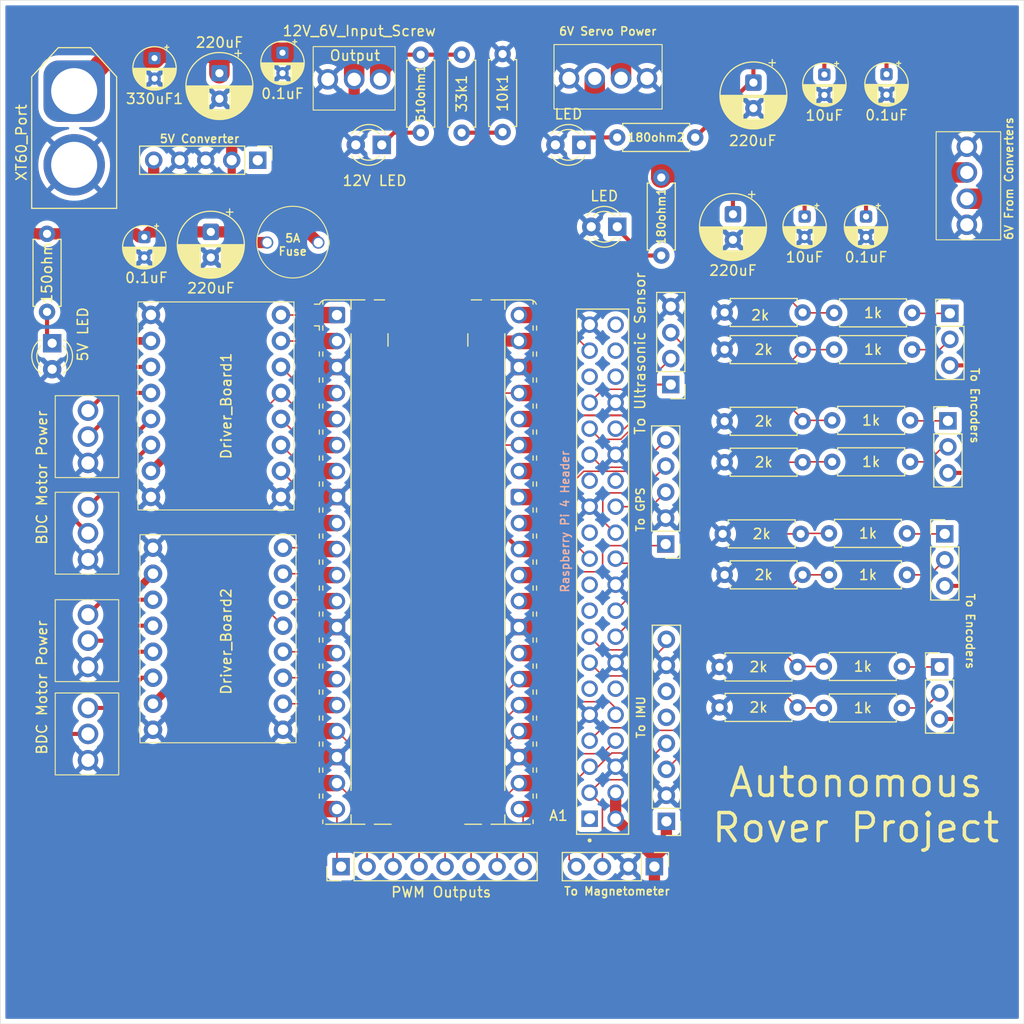
<source format=kicad_pcb>
(kicad_pcb (version 20241229) (generator "pcbnew") (generator_version "9.0")
  (layers (0 "F.Cu" signal "Front") (2 "B.Cu" signal "Back") (13 "F.Paste" user) (15 "B.Paste" user) (5 "F.SilkS" user "F.Silkscreen") (7 "B.SilkS" user "B.Silkscreen") (1 "F.Mask" user) (3 "B.Mask" user) (25 "Edge.Cuts" user))
  (net 0 "")
  (net 1 "GND")
  (net 2 "Net-(A1-GPIO26_ADC0)")
  (net 3 "/12V_Bus")
  (net 4 "/5V_Bus")
  (net 5 "Net-(D2-A)")
  (net 6 "Net-(D3-A)")
  (net 7 "/6V_B")
  (net 8 "/6V_A")
  (net 9 "Net-(D4-A)")
  (net 10 "Net-(D1-A)")
  (net 11 "Net-(A1-GPIO3)")
  (net 12 "Net-(A1-GPIO20)")
  (net 13 "Net-(A1-GPIO1)")
  (net 14 "Net-(A1-GPIO5)")
  (net 15 "Net-(A1-GPIO11)")
  (net 16 "Net-(A1-GPIO6)")
  (net 17 "Net-(A1-GPIO9)")
  (net 18 "Net-(A1-GPIO10)")
  (net 19 "Net-(A1-GPIO12)")
  (net 20 "Net-(A1-GPIO17)")
  (net 21 "Net-(A1-GPIO15)")
  (net 22 "Net-(A1-GPIO14)")
  (net 23 "Net-(A1-GPIO22)")
  (net 24 "Net-(A1-3V3_EN)")
  (net 25 "Net-(A1-GPIO2)")
  (net 26 "Net-(A1-GPIO4)")
  (net 27 "Net-(A1-GPIO16)")
  (net 28 "Net-(A1-GPIO0)")
  (net 30 "Net-(A1-GPIO21)")
  (net 31 "Net-(A1-GPIO8)")
  (net 32 "Net-(A1-GPIO7)")
  (net 34 "Net-(A1-GPIO19)")
  (net 36 "Net-(A1-GPIO18)")
  (net 39 "Net-(A1-GPIO13)")
  (net 41 "Net-(J4-Pin_3)")
  (net 44 "Net-(J4-Pin_8)")
  (net 45 "Net-(J4-Pin_4)")
  (net 46 "Net-(J6-GPIO24{slash}SDIO_DAT0)")
  (net 48 "Net-(J6-GPIO22{slash}SDIO_CLK)")
  (net 49 "Net-(J6-GPIO23{slash}SDIO_CMD)")
  (net 50 "Net-(J6-GPIO25{slash}SDIO_DAT1)")
  (net 55 "Net-(J21-TXD)")
  (net 59 "Net-(J6-GPIO26{slash}SDIO_DAT2)")
  (net 60 "Net-(J17-Echo)")
  (net 62 "Net-(J6-GPCLK2{slash}GPIO06)")
  (net 64 "Net-(J6-GPIO27{slash}SDIO_DAT3)")
  (net 65 "Net-(J17-Trig)")
  (net 66 "Net-(J6-GPCLK1{slash}GPIO05)")
  (net 67 "Net-(J21-RXD)")
  (net 68 "Net-(J21-PPS)")
  (net 71 "Net-(J12-C2)")
  (net 72 "Net-(J12-C1)")
  (net 73 "Net-(J13-C2)")
  (net 74 "Net-(J13-C1)")
  (net 75 "Net-(J14-C2)")
  (net 76 "Net-(J14-C1)")
  (net 77 "Net-(J15-C2)")
  (net 78 "Net-(J15-C1)")
  (net 80 "Net-(J20-Vout)")
  (net 81 "Net-(Driver_Board1-AO1)")
  (net 82 "Net-(Driver_Board1-BO1)")
  (net 83 "Net-(Driver_Board1-BO2)")
  (net 84 "Net-(Driver_Board1-AO2)")
  (net 85 "Net-(Driver_Board2-AO2)")
  (net 86 "Net-(Driver_Board2-BO2)")
  (net 87 "Net-(Driver_Board2-AO1)")
  (net 88 "Net-(Driver_Board2-BO1)")
  (footprint "Connector_PinHeader_2.54mm:PinHeader_1x05_P2.54mm_Vertical" (layer "F.Cu") (at 45.15 41.126465 -90)
    (property "Reference" "J20" (hide yes))
    (property "Value" "5V_Regulator_Header" (hide yes))
  )
  (footprint "Resistor_THT:R_Axial_DIN0207_L6.3mm_D2.5mm_P7.62mm_Horizontal" (layer "F.Cu") (at 61.07 30.816465 -90)
    (property "Reference" "510ohm1" (hide yes))
    (property "Value" "R_US" (hide yes))
  )
  (footprint "Capacitor_THT:CP_Radial_D6.3mm_P2.50mm" (layer "F.Cu") (at 93.57 33.544086 -90)
    (property "Reference" "C10" (hide yes))
    (property "Value" "220uF")
  )
  (footprint "Resistor_THT:R_Axial_DIN0207_L6.3mm_D2.5mm_P7.62mm_Horizontal" (layer "F.Cu") (at 98.19 77.626465 180)
    (property "Reference" "R5" (hide yes))
    (property "Value" "2k")
  )
  (footprint "Rover_Project.:01x04_Screw_Terminal" (layer "F.Cu") (at 117.72 48.901465 90)
    (property "Reference" "J3" (hide yes))
    (property "Value" "6V_Output_Screw" (hide yes))
  )
  (footprint "Rover_Project.:01x03_Screw_Terminal" (layer "F.Cu") (at 25.37 73.556465 -90)
    (property "Reference" "J9" (hide yes))
    (property "Value" "BDC_Motor_Screw_Terminal" (hide yes))
  )
  (footprint "Rover_Project.:01x03_Screw_Terminal" (layer "F.Cu") (at 25.37 93.166465 -90)
    (property "Reference" "J11" (hide yes))
    (property "Value" "BDC_Motor_Screw_Terminal" (hide yes))
  )
  (footprint "Capacitor_THT:CP_Radial_D4.0mm_P2.00mm" (layer "F.Cu") (at 34.07 48.626465 -90)
    (property "Reference" "C4" (hide yes))
    (property "Value" "0.1uF")
  )
  (footprint "Connector_PinHeader_2.54mm:PinHeader_1x05_P2.54mm_Vertical" (layer "F.Cu") (at 85 78.62 180)
    (property "Reference" "J21" (hide yes))
    (property "Value" "GPS_Module_Header" (hide yes))
  )
  (footprint "Capacitor_THT:CP_Radial_D4.0mm_P2.00mm" (layer "F.Cu") (at 98.57 46.626465 -90)
    (property "Reference" "C5" (hide yes))
    (property "Value" "10uF")
  )
  (footprint "Rover_Project.:01x03_Screw_Terminal" (layer "F.Cu") (at 58.57 30.026465 180)
    (property "Reference" "J2" (hide yes))
    (property "Value" "12V_6V_Input_Screw")
  )
  (footprint "Connector_PinHeader_2.54mm:PinHeader_1x08_P2.54mm_Vertical" (layer "F.Cu") (at 85.07 105.706465 180)
    (property "Reference" "J4" (hide yes))
    (property "Value" "IMU_Module_Header" (hide yes))
  )
  (footprint "Resistor_THT:R_Axial_DIN0207_L6.3mm_D2.5mm_P7.62mm_Horizontal" (layer "F.Cu") (at 24.57 48.316465 -90)
    (property "Reference" "150ohm1" (hide yes))
    (property "Value" "R_US" (hide yes))
  )
  (footprint "Module:RaspberryPi_Pico_Common_Unspecified" (layer "F.Cu") (at 61.776465 80.3788)
    (property "Reference" "A1")
    (property "Value" "RaspberryPi_Pico")
  )
  (footprint "Connector_PinHeader_2.54mm:PinHeader_1x03_P2.54mm_Vertical" (layer "F.Cu") (at 112.26 77.626465)
    (property "Reference" "J14" (hide yes))
    (property "Value" "Encoder_Header")
  )
  (footprint "Connector_PinHeader_2.54mm:PinHeader_1x04_P2.54mm_Vertical" (layer "F.Cu") (at 85.5 63.04 180)
    (property "Reference" "J17" (hide yes))
    (property "Value" "Ultrasonic_Sensor_Header" (hide yes))
  )
  (footprint "Resistor_THT:R_Axial_DIN0207_L6.3mm_D2.5mm_P7.62mm_Horizontal" (layer "F.Cu") (at 100.45 94.626465)
    (property "Reference" "R16" (hide yes))
    (property "Value" "1k")
  )
  (footprint "Resistor_THT:R_Axial_DIN0207_L6.3mm_D2.5mm_P7.62mm_Horizontal" (layer "F.Cu") (at 69.07 38.371267 90)
    (property "Reference" "10k1" (hide yes))
    (property "Value" "R_US" (hide yes))
  )
  (footprint "Capacitor_THT:CP_Radial_D4.0mm_P2.00mm" (layer "F.Cu") (at 47.57 30.626465 -90)
    (property "Reference" "C1" (hide yes))
    (property "Value" "0.1uF")
  )
  (footprint "LED_THT:LED_D3.0mm" (layer "F.Cu") (at 80.27 47.626465 180)
    (property "Reference" "D3" (hide yes))
    (property "Value" "LED")
  )
  (footprint "Capacitor_THT:CP_Radial_D6.3mm_P2.50mm" (layer "F.Cu") (at 40.57 48.126465 -90)
    (property "Reference" "C3" (hide yes))
    (property "Value" "220uF")
  )
  (footprint "Connector_PinHeader_2.54mm:PinHeader_1x03_P2.54mm_Vertical" (layer "F.Cu") (at 111.76 90.626465)
    (property "Reference" "J15" (hide yes))
    (property "Value" "Encoder_Header")
  )
  (footprint "Capacitor_THT:CP_Radial_D6.3mm_P2.50mm" (layer "F.Cu") (at 91.57 46.401465 -90)
    (property "Reference" "C9" (hide yes))
    (property "Value" "220uF")
  )
  (footprint "Capacitor_THT:CP_Radial_D6.3mm_P2.50mm" (layer "F.Cu") (at 41.406148 32.626465 -90)
    (property "Reference" "C2" (hide yes))
    (property "Value" "220uF")
  )
  (footprint "Resistor_THT:R_Axial_DIN0207_L6.3mm_D2.5mm_P7.62mm_Horizontal" (layer "F.Cu") (at 98.38 59.626465 180)
    (property "Reference" "R2" (hide yes))
    (property "Value" "2k")
  )
  (footprint "Rover_Project.:01x03_Screw_Terminal" (layer "F.Cu") (at 25.37 84.056465 -90)
    (property "Reference" "J10" (hide yes))
    (property "Value" "BDC_Motor_Screw_Terminal" (hide yes))
  )
  (footprint "Rover_Project.:Fuse_TH_5A" (layer "F.Cu") (at 48.57 51.666465)
    (property "Reference" "F1" (hide yes))
    (property "Value" "Fuse" (hide yes))
  )
  (footprint "Connector_AMASS:AMASS_XT60-F_1x02_P7.20mm_Vertical" (layer "F.Cu") (at 27.22 34.3788 -90)
    (property "Reference" "J1" (hide yes))
    (property "Value" "XT60_Port")
  )
  (footprint "Connector_PinHeader_2.54mm:PinHeader_1x03_P2.54mm_Vertical" (layer "F.Cu") (at 112.57 66.586465)
    (property "Reference" "J13" (hide yes))
    (property "Value" "Encoder_Header")
  )
  (footprint "Resistor_THT:R_Axial_DIN0207_L6.3mm_D2.5mm_P7.62mm_Horizontal" (layer "F.Cu") (at 97.88 90.626465 180)
    (property "Reference" "R7" (hide yes))
    (property "Value" "2k")
  )
  (footprint "Resistor_THT:R_Axial_DIN0207_L6.3mm_D2.5mm_P7.62mm_Horizontal" (layer "F.Cu") (at 98.38 66.626465 180)
    (property "Reference" "R3" (hide yes))
    (property "Value" "2k")
  )
  (footprint "Connector_PinHeader_2.54mm:PinHeader_1x08_P2.54mm_Vertical" (layer "F.Cu") (at 53.29 110.126465 90)
    (property "Reference" "J7" (hide yes))
    (property "Value" "Servo_PWM_Header")
  )
  (footprint "Rover_Project.:SULLINS_PPTC202LFBN-RC" (layer "F.Cu") (at 78.84 81.316465 -90)
    (property "Reference" "J6" (hide yes))
    (property "Value" "Raspberry_Pi_4")
  )
  (footprint "Resistor_THT:R_Axial_DIN0207_L6.3mm_D2.5mm_P7.62mm_Horizontal" (layer "F.Cu") (at 98.38 56.000413 180)
    (property "Reference" "R1" (hide yes))
    (property "Value" "2k")
  )
  (footprint "Capacitor_THT:CP_Radial_D4.0mm_P2.00mm" (layer "F.Cu") (at 106.57 32.726465 -90)
    (property "Reference" "C8" (hide yes))
    (property "Value" "0.1uF")
  )
  (footprint "Capacitor_THT:CP_Radial_D4.0mm_P2.00mm" (layer "F.Cu") (at 104.57 46.626465 -90)
    (property "Reference" "C7" (hide yes))
    (property "Value" "0.1uF")
  )
  (footprint "Rover_Project.:Motor Driver Board" (layer "F.Cu") (at 33.45 75.286465)
    (property "Reference" "Driver_Board1" (hide yes))
    (property "Value" "~" (hide yes))
  )
  (footprint "Resistor_THT:R_Axial_DIN0207_L6.3mm_D2.5mm_P7.62mm_Horizontal" (layer "F.Cu") (at 101.45 59.626465)
    (property "Reference" "R14" (hide yes))
    (property "Value" "1k")
  )
  (footprint "Rover_Project.:01x03_Screw_Terminal" (layer "F.Cu") (at 25.37 64.126465 -90)
    (property "Reference" "J8" (hide yes))
    (property "Value" "BDC_Motor_Screw_Terminal")
  )
  (footprint "Resistor_THT:R_Axial_DIN0207_L6.3mm_D2.5mm_P7.62mm_Horizontal" (layer "F.Cu") (at 98.38 81.626465 180)
    (property "Reference" "R6" (hide yes))
    (property "Value" "2k")
  )
  (footprint "Resistor_THT:R_Axial_DIN0207_L6.3mm_D2.5mm_P7.62mm_Horizontal" (layer "F.Cu") (at 65.07 38.436465 90)
    (property "Reference" "33k1" (hide yes))
    (property "Value" "R_US" (hide yes))
  )
  (footprint "Resistor_THT:R_Axial_DIN0207_L6.3mm_D2.5mm_P7.62mm_Horizontal" (layer "F.Cu") (at 84.57 42.816465 -90)
    (property "Reference" "180ohm1")
    (property "Value" "R_US" (hide yes))
  )
  (footprint "Resistor_THT:R_Axial_DIN0207_L6.3mm_D2.5mm_P7.62mm_Horizontal" (layer "F.Cu") (at 97.88 94.576465 180)
    (property "Reference" "R8" (hide yes))
    (property "Value" "2k")
  )
  (footprint "Resistor_THT:R_Axial_DIN0207_L6.3mm_D2.5mm_P7.62mm_Horizontal" (layer "F.Cu") (at 100.45 90.576465)
    (property "Reference" "R15" (hide yes))
    (property "Value" "1k")
  )
  (footprint "Rover_Project.:Motor Driver Board" (layer "F.Cu") (at 33.65 98.026465)
    (property "Reference" "Driver_Board2" (hide yes))
    (property "Value" "~" (hide yes))
  )
  (footprint "Capacitor_THT:CP_Radial_D4.0mm_P2.00mm" (layer "F.Cu") (at 100.5 32.753866 -90)
    (property "Reference" "C6" (hide yes))
    (property "Value" "10uF")
  )
  (footprint "Resistor_THT:R_Axial_DIN0207_L6.3mm_D2.5mm_P7.62mm_Horizontal" (layer "F.Cu") (at 98.38 70.626465 180)
    (property "Reference" "R4" (hide yes))
    (property "Value" "2k")
  )
  (footprint "Resistor_THT:R_Axial_DIN0207_L6.3mm_D2.5mm_P7.62mm_Horizontal" (layer "F.Cu") (at 101.45 56.036465)
    (property "Reference" "R13" (hide yes))
    (property "Value" "1k")
  )
  (footprint "Resistor_THT:R_Axial_DIN0207_L6.3mm_D2.5mm_P7.62mm_Horizontal" (layer "F.Cu") (at 100.95 81.626465)
    (property "Reference" "R12" (hide yes))
    (property "Value" "1k")
  )
  (footprint "LED_THT:LED_D3.0mm" (layer "F.Cu") (at 76.77 39.626465 180)
    (property "Reference" "D4" (hide yes))
    (property "Value" "LED")
  )
  (footprint "Connector_PinHeader_2.54mm:PinHeader_1x03_P2.54mm_Vertical" (layer "F.Cu") (at 112.76 56.086465)
    (property "Reference" "J12" (hide yes))
    (property "Value" "Encoder_Header")
  )
  (footprint "Resistor_THT:R_Axial_DIN0207_L6.3mm_D2.5mm_P7.62mm_Horizontal" (layer "F.Cu") (at 101.26 70.586465)
    (property "Reference" "R10" (hide yes))
    (property "Value" "1k")
  )
  (footprint "Rover_Project.:01x04_Screw_Terminal" (layer "F.Cu") (at 84.65 29.826465 180)
    (property "Reference" "J16" (hide yes))
    (property "Value" "6V_to_Motors_Screw" (hide yes))
  )
  (footprint "Resistor_THT:R_Axial_DIN0207_L6.3mm_D2.5mm_P7.62mm_Horizontal" (layer "F.Cu") (at 100.95 77.576465)
    (property "Reference" "R11" (hide yes))
    (property "Value" "1k")
  )
  (footprint "Connector_PinHeader_2.54mm:PinHeader_1x04_P2.54mm_Vertical" (layer "F.Cu") (at 83.897665 110.126465 -90)
    (property "Reference" "J5" (hide yes))
    (property "Value" "Magnetometer_Module_Header" (hide yes))
  )
  (footprint "LED_THT:LED_D3.0mm" (layer "F.Cu") (at 25.07 59 -90)
    (property "Reference" "D2" (hide yes))
    (property "Value" "LED")
  )
  (footprint "Capacitor_THT:CP_Radial_D4.0mm_P2.00mm" (layer "F.Cu") (at 35.07 31.153866 -90)
    (property "Reference" "330uF1")
    (property "Value" "C" (hide yes))
  )
  (footprint "LED_THT:LED_D3.0mm" (layer "F.Cu") (at 57.27 39.626465 180)
    (property "Reference" "D1" (hide yes))
    (property "Value" "LED" (hide yes))
  )
  (footprint "Resistor_THT:R_Axial_DIN0207_L6.3mm_D2.5mm_P7.62mm_Horizontal" (layer "F.Cu") (at 87.88 38.901465 180)
    (property "Reference" "180ohm2")
    (property "Value" "R_US" (hide yes))
  )
  (footprint "Resistor_THT:R_Axial_DIN0207_L6.3mm_D2.5mm_P7.62mm_Horizontal" (layer "F.Cu") (at 101.26 66.536465)
    (property "Reference" "R9" (hide yes))
    (property "Value" "1k")
  )
  (gr_rect (start 20 25.5) (end 120 125.5) (stroke (width 0.05)) (fill no) (layer "Edge.Cuts"))
  (gr_text "BDC Motor Power" (at 24.07 92.626465 90) (layer "F.SilkS") (effects (font (size 1 1))))
  (gr_text "To IMU" (at 83.049526 97.676599 90) (layer "F.SilkS") (effects (font (size 0.8 0.8) (thickness 0.15) (bold yes)) (justify left bottom)))
  (gr_text "PWM Outputs" (at 63.07 112.626465 0) (layer "F.SilkS") (effects (font (size 1 1))))
  (gr_text "5V Converter" (at 35.5 39.5 0) (layer "F.SilkS") (effects (font (size 0.8 0.8) (thickness 0.15) (bold yes)) (justify left bottom)))
  (gr_text "6V Servo Power" (at 74.5 29 0) (layer "F.SilkS") (effects (font (size 0.8 0.8) (thickness 0.15) (bold yes)) (justify left bottom)))
  (gr_text "12V LED" (at 56.57 43.126465 0) (layer "F.SilkS") (effects (font (size 1 1))))
  (gr_text "6V From Converters" (at 119 49 90) (layer "F.SilkS") (effects (font (size 0.8 0.8) (thickness 0.15) (bold yes)) (justify left bottom)))
  (gr_text "5A\nFuse" (at 48.57 50.5 0) (layer "F.SilkS") (effects (font (size 0.8 0.8) (thickness 0.15) (bold yes)) (justify bottom)))
  (gr_text "5V LED" (at 28.07 58.126465 90) (layer "F.SilkS") (effects (font (size 1 1))))
  (gr_text "To Magnetometer" (at 75 113 0) (layer "F.SilkS") (effects (font (size 0.8 0.8) (thickness 0.15) (bold yes)) (justify left bottom)))
  (gr_text "Output" (at 54.647232 30.900985 0) (layer "F.SilkS") (effects (font (size 1 1))))
  (gr_text "To Encoders" (at 114.27874 83.366761 270) (layer "F.SilkS") (effects (font (size 0.8 0.8) (thickness 0.15) (bold yes)) (justify left bottom)))
  (gr_text "To Ultrasonic Sensor" (at 82.5 60 90) (layer "F.SilkS") (effects (font (size 1 1))))
  (gr_text "Autonomous\nRover Project" (at 103.57 104.126465 0) (layer "F.SilkS") (effects (font (size 2.75 2.75) (thickness 0.34375))))
  (gr_text "To Encoders" (at 114.723448 61.331156 270) (layer "F.SilkS") (effects (font (size 0.8 0.8) (thickness 0.15) (bold yes)) (justify left bottom)))
  (gr_text "To GPS" (at 83 77.5 90) (layer "F.SilkS") (effects (font (size 0.8 0.8) (thickness 0.15) (bold yes)) (justify left bottom)))
  (gr_text "BDC Motor Power" (at 24.07 72.126465 90) (layer "F.SilkS") (effects (font (size 1 1))))
  (gr_text "Raspberry Pi 4 Header" (at 75.637549 83.436306 90) (layer "B.SilkS") (effects (font (size 0.8 0.8) (thickness 0.15) (bold yes)) (justify left bottom)))
  (segment (start 27.87 70.166465) (end 27.83 70.126465) (width 0.15) (layer "F.Cu") (net 1))
  (segment (start 66 39.506465) (end 66 74.442335) (width 0.4) (layer "F.Cu") (net 2))
  (segment (start 69.004802 38.436465) (end 69.07 38.371267) (width 0.15) (layer "F.Cu") (net 2))
  (segment (start 65.07 38.436465) (end 67.07 38.436465) (width 0.4) (layer "F.Cu") (net 2))
  (segment (start 66 74.442335) (end 70.666465 79.1088) (width 0.4) (layer "F.Cu") (net 2))
  (segment (start 67.07 38.436465) (end 69.004802 38.436465) (width 0.4) (layer "F.Cu") (net 2))
  (segment (start 67.07 38.436465) (end 66 39.506465) (width 0.4) (layer "F.Cu") (net 2))
  (segment (start 59.52 30.816465) (end 61.07 30.816465) (width 0.4) (layer "F.Cu") (net 3))
  (segment (start 57.11 33.226465) (end 59.52 30.816465) (width 0.4) (layer "F.Cu") (net 3))
  (segment (start 53.57 46.126465) (end 53.57 51.056465) (width 0.8) (layer "F.Cu") (net 3))
  (segment (start 42.61 39.166465) (end 44.65 37.126465) (width 1.1) (layer "F.Cu") (net 3))
  (segment (start 34.92 94.216465) (end 40.72 88.416465) (width 0.8) (layer "F.Cu") (net 3))
  (segment (start 44.65 37.126465) (end 52.373535 37.126465) (width 1.1) (layer "F.Cu") (net 3))
  (segment (start 30.444934 31.153866) (end 35.07 31.153866) (width 2) (layer "F.Cu") (net 3))
  (segment (start 54.57 30.696465) (end 54.5 30.626465) (width 2) (layer "F.Cu") (net 3))
  (segment (start 57.11 30.836465) (end 57.11 33.226465) (width 2) (layer "F.Cu") (net 3))
  (segment (start 61.07 30.816465) (end 65.07 30.816465) (width 0.4) (layer "F.Cu") (net 3))
  (segment (start 54.57 33.226465) (end 54.57 30.696465) (width 2) (layer "F.Cu") (net 3))
  (segment (start 56.9 30.626465) (end 57.11 30.836465) (width 2) (layer "F.Cu") (net 3))
  (segment (start 35.07 31.153866) (end 35.597401 30.626465) (width 2) (layer "F.Cu") (net 3))
  (segment (start 40.72 65.3788) (end 40.72 65.476465) (width 0.15) (layer "F.Cu") (net 3))
  (segment (start 54.5 30.626465) (end 56.9 30.626465) (width 2) (layer "F.Cu") (net 3))
  (segment (start 41.5 30.626465) (end 47.57 30.626465) (width 2) (layer "F.Cu") (net 3))
  (segment (start 51 53.626465) (end 46.07 53.626465) (width 0.8) (layer "F.Cu") (net 3))
  (segment (start 40.72 58.976465) (end 40.72 65.3788) (width 0.8) (layer "F.Cu") (net 3))
  (segment (start 41.406148 30.720317) (end 41.5 30.626465) (width 2) (layer "F.Cu") (net 3))
  (segment (start 50.57 43.126465) (end 53.57 46.126465) (width 0.8) (layer "F.Cu") (net 3))
  (segment (start 53.57 51.056465) (end 51 53.626465) (width 0.8) (layer "F.Cu") (net 3))
  (segment (start 42.6 43.126465) (end 50.57 43.126465) (width 0.8) (layer "F.Cu") (net 3))
  (segment (start 40.72 65.476465) (end 34.72 71.476465) (width 0.8) (layer "F.Cu") (net 3))
  (segment (start 54.57 34.93) (end 54.57 33.226465) (width 1.1) (layer "F.Cu") (net 3))
  (segment (start 42.61 41.126465) (end 42.61 39.166465) (width 1.1) (layer "F.Cu") (net 3))
  (segment (start 40.72 88.416465) (end 40.72 65.3788) (width 0.8) (layer "F.Cu") (net 3))
  (segment (start 42.61 41.126465) (end 42.61 43.116465) (width 0.8) (layer "F.Cu") (net 3))
  (segment (start 47.57 30.626465) (end 54.5 30.626465) (width 2) (layer "F.Cu") (net 3))
  (segment (start 52.373535 37.126465) (end 54.57 34.93) (width 1.1) (layer "F.Cu") (net 3))
  (segment (start 41.406148 32.626465) (end 41.406148 30.720317) (width 2) (layer "F.Cu") (net 3))
  (segment (start 35.597401 30.626465) (end 41.5 30.626465) (width 2) (layer "F.Cu") (net 3))
  (segment (start 46.07 53.626465) (end 40.72 58.976465) (width 0.8) (layer "F.Cu") (net 3))
  (segment (start 27.22 34.3788) (end 29.72 31.8788) (width 0.15) (layer "F.Cu") (net 3))
  (segment (start 27.22 34.3788) (end 30.444934 31.153866) (width 2) (layer "F.Cu") (net 3))
  (segment (start 34.72 58.776465) (end 31.871166 58.776465) (width 0.75) (layer "F.Cu") (net 4))
  (segment (start 70.666465 58.7888) (end 69.232335 58.7888) (width 1.1) (layer "F.Cu") (net 4))
  (segment (start 115.99 82.706465) (end 116.07 82.626465) (width 0.15) (layer "F.Cu") (net 4))
  (segment (start 69.232335 58.7888) (end 68.50413 58.060595) (width 1.1) (layer "F.Cu") (net 4))
  (segment (start 23.22 100.946465) (end 23.22 81.276465) (width 1.1) (layer "F.Cu") (net 4))
  (segment (start 85.07 108.061795) (end 85.07 105.706465) (width 1.1) (layer "F.Cu") (net 4))
  (segment (start 74.57 59.626465) (end 74.471767 59.528233) (width 0.15) (layer "F.Cu") (net 4))
  (segment (start 43.11 49.166465) (end 42.07 48.126465) (width 1.1) (layer "F.Cu") (net 4))
  (segment (start 42.07 48.126465) (end 40.57 48.126465) (width 1.1) (layer "F.Cu") (net 4))
  (segment (start 83.96 63.04) (end 80.952807 66.047193) (width 0.2) (layer "F.Cu") (net 4))
  (segment (start 34.07 48.626465) (end 33.57 48.626465) (width 0.15) (layer "F.Cu") (net 4))
  (segment (start 116.03 71.666465) (end 116.07 71.626465) (width 0.15) (layer "F.Cu") (net 4))
  (segment (start 34.57 48.126465) (end 34.07 48.626465) (width 1.1) (layer "F.Cu") (net 4))
  (segment (start 82.5 114.226465) (end 51.5 114.226465) (width 1.1) (layer "F.Cu") (net 4))
  (segment (start 29.07 55.975299) (end 31.871166 58.776465) (width 1.1) (layer "F.Cu") (net 4))
  (segment (start 34.92 81.516465) (end 33.81 82.626465) (width 0.75) (layer "F.Cu") (net 4))
  (segment (start 80.952807 66.047193) (end 76.117193 66.047193) (width 0.2) (layer "F.Cu") (net 4))
  (segment (start 83.897665 112.8288) (end 82.5 114.226465) (width 1) (layer "F.Cu") (net 4))
  (segment (start 83.897665 110.126465) (end 83.897665 109.23413) (width 1.1) (layer "F.Cu") (net 4))
  (segment (start 27.521167 63.126465) (end 23.22 67.427632) (width 1.1) (layer "F.Cu") (net 4))
  (segment (start 116.03 61.166465) (end 116.07 61.126465) (width 0.15) (layer "F.Cu") (net 4))
  (segment (start 116.07 82.626465) (end 116.07 94.126465) (width 0.4) (layer "F.Cu") (net 4))
  (segment (start 83.897665 110.126465) (end 83.897665 112.5) (width 1.1) (layer "F.Cu") (net 4))
  (segment (start 29.07 48.316465) (end 24.57 48.316465) (width 1.1) (layer "F.Cu") (net 4))
  (segment (start 69.07 27) (end 71.57 29.5) (width 1.1) (layer "F.Cu") (net 4))
  (segment (start 85 78.62) (end 84.846404 78.773596) (width 0.15) (layer "F.Cu") (net 4))
  (segment (start 75.57 81.327106) (end 74.57 80.327106) (width 0.15) (layer "F.Cu") (net 4))
  (segment (start 21.57 46.626465) (end 21.57 30.43) (width 1.1) (layer "F.Cu") (net 4))
  (segment (start 24.57 82.626465) (end 23.22 81.276465) (width 0.75) (layer "F.Cu") (net 4))
  (segment (start 116.07 94.126465) (end 114.49 95.706465) (width 0.4) (layer "F.Cu") (net 4))
  (segment (start 114.49 95.706465) (end 111.76 95.706465) (width 0.4) (layer "F.Cu") (net 4))
  (segment (start 79.422869 78.773596) (end 78.838395 79.35807) (width 0.15) (layer "F.Cu") (net 4))
  (segment (start 113.57 52.126465) (end 73.57 52.126465) (width 0.4) (layer "F.Cu") (net 4))
  (segment (start 116.07 61.126465) (end 116.07 71.626465) (width 0.4) (layer "F.Cu") (net 4))
  (segment (start 85.5 63.04) (end 83.96 63.04) (width 0.2) (layer "F.Cu") (net 4))
  (segment (start 26 103.726465) (end 23.22 100.946465) (width 1.1) (layer "F.Cu") (net 4))
  (segment (start 78.838395 80.742267) (end 78.253556 81.327106) (width 0.15) (layer "F.Cu") (net 4))
  (segment (start 21.57 30.43) (end 25 27) (width 1.1) (layer "F.Cu") (net 4))
  (segment (start 46.07 49.166465) (end 43.11 49.166465) (width 1.1) (layer "F.Cu") (net 4))
  (segment (start 83.897665 109.23413) (end 85.07 108.061795) (width 1.1) (layer "F.Cu") (net 4))
  (segment (start 23.26 48.316465) (end 21.57 46.626465) (width 1.1) (layer "F.Cu") (net 4))
  (segment (start 33.26 48.316465) (end 29.07 48.316465) (width 1.1) (layer "F.Cu") (net 4))
  (segment (start 78.253556 81.327106) (end 75.57 81.327106) (width 0.15) (layer "F.Cu") (net 4))
  (segment (start 68.50413 58.060595) (end 68.50413 53.192335) (width 1.1) (layer "F.Cu") (net 4))
  (segment (start 83.897665 109.23413) (end 81.542335 106.8788) (width 1.1) (layer "F.Cu") (net 4))
  (segment (start 83.897665 112.5) (end 83.897665 112.8288) (width 1) (layer "F.Cu") (net 4))
  (segment (start 116.07 54.626465) (end 116.07 61.126465) (width 0.4) (layer "F.Cu") (net 4))
  (segment (start 112.26 82.706465) (end 115.99 82.706465) (width 0.4) (layer "F.Cu") (net 4))
  (segment (start 73.732335 58.7888) (end 70.666465 58.7888) (width 0.15) (layer "F.Cu") (net 4))
  (segment (start 81.542335 106.8788) (end 80.11 105.446465) (width 1.1) (layer "F.Cu") (net 4))
  (segment (start 113.57 52.126465) (end 116.07 54.626465) (width 0.4) (layer "F.Cu") (net 4))
  (segment (start 23.22 67.427632) (end 23.22 81.276465) (width 1.1) (layer "F.Cu") (net 4))
  (segment (start 25 27) (end 69 27) (width 1.1) (layer "F.Cu") (net 4))
  (segment (start 78.838395 79.35807) (end 78.838395 80.742267) (width 0.15) (layer "F.Cu") (net 4))
  (segment (start 29.07 48.316465) (end 29.07 55.975299) (width 1.1) (layer "F.Cu") (net 4))
  (segment (start 80.11 102.906465) (end 80.11 105.446465) (width 1.1) (layer "F.Cu") (net 4))
  (segment (start 116.07 71.626465) (end 116.07 82.626465) (width 0.4) (layer "F.Cu") (net 4))
  (segment (start 84.846404 78.773596) (end 79.422869 78.773596) (width 0.15) (layer "F.Cu") (net 4))
  (segment (start 112.76 61.166465) (end 116.03 61.166465) (width 0.4) (layer "F.Cu") (net 4))
  (segment (start 33.57 48.626465) (end 33.26 48.316465) (width 1.1) (layer "F.Cu") (net 4))
  (segment (start 74.57 64.5) (end 74.57 59.626465) (width 0.15) (layer "F.Cu") (net 4))
  (segment (start 74.57 80.327106) (end 74.57 64.5) (width 0.15) (layer "F.Cu") (net 4))
  (segment (start 27.521167 63.126464) (end 27.521167 63.126465) (width 0.15) (layer "F.Cu") (net 4))
  (segment (start 68.50413 53.192335) (end 71.57 50.126465) (width 1.1) (layer "F.Cu") (net 4))
  (segment (start 41 103.726465) (end 26 103.726465) (width 1.1) (layer "F.Cu") (net 4))
  (segment (start 74.471767 59.528233) (end 73.732335 58.7888) (width 0.15) (layer "F.Cu") (net 4))
  (segment (start 71.57 29.5) (end 71.57 50.126465) (width 1.1) (layer "F.Cu") (net 4))
  (segment (start 33.81 82.626465) (end 24.57 82.626465) (width 0.75) (layer "F.Cu") (net 4))
  (segment (start 31.871166 58.776465) (end 27.521167 63.126464) (width 1.1) (layer "F.Cu") (net 4))
  (segment (start 51.5 114.226465) (end 41 103.726465) (width 1.1) (layer "F.Cu") (net 4))
  (segment (start 69 27) (end 69.07 27) (width 1) (layer "F.Cu") (net 4))
  (segment (start 24.57 48.316465) (end 23.26 48.316465) (width 1.1) (layer "F.Cu") (net 4))
  (segment (start 76.117193 66.047193) (end 74.57 64.5) (width 0.2) (layer "F.Cu") (net 4))
  (segment (start 112.57 71.666465) (end 116.03 71.666465) (width 0.4) (layer "F.Cu") (net 4))
  (segment (start 40.57 48.126465) (end 34.57 48.126465) (width 1.1) (layer "F.Cu") (net 4))
  (segment (start 73.57 52.126465) (end 71.57 50.126465) (width 0.4) (layer "F.Cu") (net 4))
  (segment (start 24.57 55.936465) (end 24.57 58.356465) (width 0.4) (layer "F.Cu") (net 5))
  (segment (start 24.57 58.356465) (end 25.07 58.856465) (width 0.15) (layer "F.Cu") (net 5))
  (segment (start 84.57 50.436465) (end 82.88 50.436465) (width 0.4) (layer "F.Cu") (net 6))
  (segment (start 82.88 50.436465) (end 80.07 47.626465) (width 0.4) (layer "F.Cu") (net 6))
  (segment (start 91.5 42.321465) (end 85.065 42.321465) (width 2) (layer "F.Cu") (net 7))
  (segment (start 98.5 42.321465) (end 91.5 42.321465) (width 2) (layer "F.Cu") (net 7))
  (segment (start 85.065 42.321465) (end 84.57 42.816465) (width 2) (layer "F.Cu") (net 7))
  (segment (start 104.5 42.321465) (end 98.5 42.321465) (width 2) (layer "F.Cu") (net 7))
  (segment (start 91.57 42.391465) (end 91.5 42.321465) (width 0.4) (layer "F.Cu") (net 7))
  (segment (start 104.57 42.391465) (end 104.5 42.321465) (width 0.4) (layer "F.Cu") (net 7))
  (segment (start 98.57 42.391465) (end 98.5 42.321465) (width 0.4) (layer "F.Cu") (net 7))
  (segment (start 114.42 42.321465) (end 104.5 42.321465) (width 2) (layer "F.Cu") (net 7))
  (segment (start 84.57 36) (end 84.57 42.816465) (width 2) (layer "F.Cu") (net 7))
  (segment (start 104.57 46.626465) (end 104.57 42.391465) (width 0.4) (layer "F.Cu") (net 7))
  (segment (start 91.57 46.401465) (end 91.57 42.391465) (width 0.4) (layer "F.Cu") (net 7))
  (segment (start 78.07 36) (end 84.57 36) (width 2) (layer "F.Cu") (net 7))
  (segment (start 91.795 46.626465) (end 91.57 46.401465) (width 0.15) (layer "F.Cu") (net 7))
  (segment (start 78.07 33.126465) (end 78.07 36) (width 2) (layer "F.Cu") (net 7))
  (segment (start 98.57 46.626465) (end 98.57 42.391465) (width 0.4) (layer "F.Cu") (net 7))
  (segment (start 93.57 29.796465) (end 93.5 29.726465) (width 0.4) (layer "F.Cu") (net 8))
  (segment (start 93.57 33.544086) (end 93.57 29.796465) (width 0.4) (layer "F.Cu") (net 8))
  (segment (start 93.57 33.544086) (end 93.237379 33.544086) (width 0.4) (layer "F.Cu") (net 8))
  (segment (start 100.5 29.726465) (end 93.5 29.726465) (width 2) (layer "F.Cu") (net 8))
  (segment (start 80.651519 29.726465) (end 80.647729 29.722675) (width 2) (layer "F.Cu") (net 8))
  (segment (start 106.57 32.726465) (end 106.57 29.796465) (width 0.4) (layer "F.Cu") (net 8))
  (segment (start 93.5 29.726465) (end 80.651519 29.726465) (width 2) (layer "F.Cu") (net 8))
  (segment (start 106.5 29.726465) (end 100.5 29.726465) (width 2) (layer "F.Cu") (net 8))
  (segment (start 106.57 29.796465) (end 106.5 29.726465) (width 0.4) (layer "F.Cu") (net 8))
  (segment (start 80.647729 29.722675) (end 80.64 29.730404) (width 2) (layer "F.Cu") (net 8))
  (segment (start 118 29.726465) (end 106.5 29.726465) (width 2) (layer "F.Cu") (net 8))
  (segment (start 114.42 44.891465) (end 116.835 44.891465) (width 2) (layer "F.Cu") (net 8))
  (segment (start 87.922621 38.944086) (end 87.88 38.901465) (width 0.15) (layer "F.Cu") (net 8))
  (segment (start 100.5 32.753866) (end 100.5 29.726465) (width 0.4) (layer "F.Cu") (net 8))
  (segment (start 118 43.726465) (end 118 29.726465) (width 2) (layer "F.Cu") (net 8))
  (segment (start 93.237379 33.544086) (end 87.88 38.901465) (width 0.4) (layer "F.Cu") (net 8))
  (segment (start 116.835 44.891465) (end 118 43.726465) (width 2) (layer "F.Cu") (net 8))
  (segment (start 80.64 29.730404) (end 80.64 33.126465) (width 2) (layer "F.Cu") (net 8))
  (segment (start 77.565 38.901465) (end 76.84 39.626465) (width 0.4) (layer "F.Cu") (net 9))
  (segment (start 80.26 38.901465) (end 77.565 38.901465) (width 0.4) (layer "F.Cu") (net 9))
  (segment (start 57.27 39.626465) (end 58.46 38.436465) (width 0.4) (layer "F.Cu") (net 10))
  (segment (start 61.07 38.436465) (end 58.46 38.436465) (width 0.4) (layer "F.Cu") (net 10))
  (segment (start 52.886465 66.4088) (end 49.972335 66.4088) (width 0.15) (layer "F.Cu") (net 11))
  (segment (start 45.276465 66) (end 47.42 63.856465) (width 0.15) (layer "F.Cu") (net 11))
  (segment (start 47.62 86.596465) (end 45.276465 84.25293) (width 0.15) (layer "F.Cu") (net 11))
  (segment (start 45.276465 84.25293) (end 45.276465 66) (width 0.15) (layer "F.Cu") (net 11))
  (segment (start 49.972335 66.4088) (end 47.42 63.856465) (width 0.15) (layer "F.Cu") (net 11))
  (segment (start 60.91 101.565265) (end 70.666465 91.8088) (width 0.15) (layer "F.Cu") (net 12))
  (segment (start 60.91 110.126465) (end 60.91 101.565265) (width 0.15) (layer "F.Cu") (net 12))
  (segment (start 70.682517 91.792748) (end 70.666465 91.8088) (width 0.15) (layer "F.Cu") (net 12))
  (segment (start 47.432335 58.7888) (end 47.42 58.776465) (width 0.15) (layer "F.Cu") (net 13))
  (segment (start 52.886465 58.7888) (end 47.432335 58.7888) (width 0.15) (layer "F.Cu") (net 13))
  (segment (start 52.886465 71.4888) (end 49.972335 71.4888) (width 0.15) (layer "F.Cu") (net 14))
  (segment (start 49.972335 71.4888) (end 47.42 68.936465) (width 0.15) (layer "F.Cu") (net 14))
  (segment (start 47.62 91.676465) (end 52.75413 91.676465) (width 0.15) (layer "F.Cu") (net 15))
  (segment (start 52.75413 91.676465) (end 52.886465 91.8088) (width 0.15) (layer "F.Cu") (net 15))
  (segment (start 49.776465 73.83293) (end 47.42 71.476465) (width 0.15) (layer "F.Cu") (net 16))
  (segment (start 51.466465 76.5688) (end 49.776465 74.8788) (width 0.15) (layer "F.Cu") (net 16))
  (segment (start 49.776465 74.8788) (end 49.776465 73.83293) (width 0.15) (layer "F.Cu") (net 16))
  (segment (start 52.886465 76.5688) (end 51.466465 76.5688) (width 0.15) (layer "F.Cu") (net 16))
  (segment (start 47.62 84.056465) (end 52.75413 84.056465) (width 0.15) (layer "F.Cu") (net 17))
  (segment (start 52.75413 84.056465) (end 52.886465 84.1888) (width 0.15) (layer "F.Cu") (net 17))
  (segment (start 47.62 89.136465) (end 52.75413 89.136465) (width 0.15) (layer "F.Cu") (net 18))
  (segment (start 52.75413 89.136465) (end 52.886465 89.2688) (width 0.15) (layer "F.Cu") (net 18))
  (segment (start 52.75413 94.216465) (end 52.886465 94.3488) (width 0.15) (layer "F.Cu") (net 19))
  (segment (start 47.62 94.216465) (end 52.75413 94.216465) (width 0.15) (layer "F.Cu") (net 19))
  (segment (start 70.666465 101.9688) (end 71.466465 101.9688) (width 0.15) (layer "F.Cu") (net 20))
  (segment (start 68.53 110.126465) (end 68.53 104.105265) (width 0.15) (layer "F.Cu") (net 20))
  (segment (start 68.53 104.105265) (end 70.666465 101.9688) (width 0.15) (layer "F.Cu") (net 20))
  (segment (start 52.886465 109.72293) (end 53.29 110.126465) (width 0.15) (layer "F.Cu") (net 21))
  (segment (start 52.886465 104.5088) (end 52.886465 109.72293) (width 0.15) (layer "F.Cu") (net 21))
  (segment (start 55.83 104.912335) (end 55.83 110.126465) (width 0.15) (layer "F.Cu") (net 22))
  (segment (start 52.886465 101.9688) (end 55.83 104.912335) (width 0.15) (layer "F.Cu") (net 22))
  (segment (start 50.727665 101.9688) (end 52.886465 101.9688) (width 0.15) (layer "F.Cu") (net 22))
  (segment (start 80.11 94.637965) (end 79.488195 94.01616) (width 0.15) (layer "F.Cu") (net 23))
  (segment (start 71.466465 84.1888) (end 70.666465 84.1888) (width 0.15) (layer "F.Cu") (net 23))
  (segment (start 76.459695 94.01616) (end 76.07 93.626465) (width 0.15) (layer "F.Cu") (net 23))
  (segment (start 80.11 95.286465) (end 80.11 94.637965) (width 0.15) (layer "F.Cu") (net 23))
  (segment (start 76.07 88.792335) (end 71.466465 84.1888) (width 0.15) (layer "F.Cu") (net 23))
  (segment (start 79.488195 94.01616) (end 76.459695 94.01616) (width 0.15) (layer "F.Cu") (net 23))
  (segment (start 76.07 93.626465) (end 76.07 88.792335) (width 0.15) (layer "F.Cu") (net 23))
  (segment (start 69.29 68.9488) (end 70.666465 68.9488) (width 0.15) (layer "F.Cu") (net 24))
  (segment (start 68.22 67.8788) (end 69.29 68.9488) (width 0.15) (layer "F.Cu") (net 24))
  (segment (start 68.22 64.8788) (end 68.22 67.8788) (width 0.15) (layer "F.Cu") (net 24))
  (segment (start 69.23 63.8688) (end 68.22 64.8788) (width 0.15) (layer "F.Cu") (net 24))
  (segment (start 70.666465 63.8688) (end 69.23 63.8688) (width 0.15) (layer "F.Cu") (net 24))
  (segment (start 52.886465 63.8688) (end 49.972335 63.8688) (width 0.15) (layer "F.Cu") (net 25))
  (segment (start 49.972335 63.8688) (end 47.42 61.316465) (width 0.15) (layer "F.Cu") (net 25))
  (segment (start 47.42 66.396465) (end 49.972335 68.9488) (width 0.15) (layer "F.Cu") (net 26))
  (segment (start 49.972335 68.9488) (end 52.886465 68.9488) (width 0.15) (layer "F.Cu") (net 26))
  (segment (start 71.07 104.912335) (end 70.666465 104.5088) (width 0.15) (layer "F.Cu") (net 27))
  (segment (start 71.07 110.126465) (end 71.07 104.912335) (width 0.15) (layer "F.Cu") (net 27))
  (segment (start 71.11 104.952335) (end 70.666465 104.5088) (width 0.15) (layer "F.Cu") (net 27))
  (segment (start 52.886465 56.2488) (end 47.432335 56.2488) (width 0.15) (layer "F.Cu") (net 28))
  (segment (start 47.432335 56.2488) (end 47.42 56.236465) (width 0.15) (layer "F.Cu") (net 28))
  (segment (start 76.098232 99.096934) (end 75.07 98.068702) (width 0.15) (layer "F.Cu") (net 30))
  (segment (start 78.839531 99.096934) (end 76.098232 99.096934) (width 0.15) (layer "F.Cu") (net 30))
  (segment (start 75.07 90.626465) (end 73.712335 89.2688) (width 0.15) (layer "F.Cu") (net 30))
  (segment (start 80.11 97.826465) (end 78.839531 99.096934) (width 0.15) (layer "F.Cu") (net 30))
  (segment (start 73.712335 89.2688) (end 70.666465 89.2688) (width 0.15) (layer "F.Cu") (net 30))
  (segment (start 75.07 98.068702) (end 75.07 90.626465) (width 0.15) (layer "F.Cu") (net 30))
  (segment (start 47.62 81.516465) (end 52.75413 81.516465) (width 0.15) (layer "F.Cu") (net 31))
  (segment (start 52.75413 81.516465) (end 52.886465 81.6488) (width 0.15) (layer "F.Cu") (net 31))
  (segment (start 47.62 78.976465) (end 52.75413 78.976465) (width 0.15) (layer "F.Cu") (net 32))
  (segment (start 52.75413 78.976465) (end 52.886465 79.1088) (width 0.15) (layer "F.Cu") (net 32))
  (segment (start 70.682517 94.332748) (end 70.666465 94.3488) (width 0.15) (layer "F.Cu") (net 34))
  (segment (start 63.45 101.565265) (end 70.666465 94.3488) (width 0.15) (layer "F.Cu") (net 34))
  (segment (start 63.45 110.126465) (end 63.45 101.565265) (width 0.15) (layer "F.Cu") (net 34))
  (segment (start 70.682517 96.872748) (end 70.666465 96.8888) (width 0.15) (layer "F.Cu") (net 36))
  (segment (start 65.99 101.565265) (end 70.666465 96.8888) (width 0.15) (layer "F.Cu") (net 36))
  (segment (start 65.99 110.126465) (end 65.99 101.565265) (width 0.15) (layer "F.Cu") (net 36))
  (segment (start 52.886465 96.8888) (end 58.37 102.372335) (width 0.15) (layer "F.Cu") (net 39))
  (segment (start 58.37 102.372335) (end 58.37 110.126465) (width 0.15) (layer "F.Cu") (net 39))
  (segment (start 50.807665 96.8888) (end 52.886465 96.8888) (width 0.15) (layer "F.Cu") (net 39))
  (segment (start 82.009606 98.066859) (end 83.257457 96.819008) (width 0.15) (layer "F.Cu") (net 41))
  (segment (start 82.009606 98.090124) (end 81.07 99.02973) (width 0.15) (layer "F.Cu") (net 41))
  (segment (start 76.277665 110.126465) (end 75.57 109.4188) (width 0.15) (layer "F.Cu") (net 41))
  (segment (start 86.262543 96.819008) (end 87.07 97.626465) (width 0.15) (layer "F.Cu") (net 41))
  (segment (start 87.07 97.626465) (end 87.07 98.626465) (width 0.15) (layer "F.Cu") (net 41))
  (segment (start 78.394374 100.366465) (end 79.731109 99.02973) (width 0.15) (layer "F.Cu") (net 41))
  (segment (start 75.57 102.366465) (end 77.57 100.366465) (width 0.15) (layer "F.Cu") (net 41))
  (segment (start 75.57 109.4188) (end 75.57 102.366465) (width 0.15) (layer "F.Cu") (net 41))
  (segment (start 83.257457 96.819008) (end 86.262543 96.819008) (width 0.15) (layer "F.Cu") (net 41))
  (segment (start 87.07 98.626465) (end 85.07 100.626465) (width 0.15) (layer "F.Cu") (net 41))
  (segment (start 79.731109 99.02973) (end 81.07 99.02973) (width 0.15) (layer "F.Cu") (net 41))
  (segment (start 77.57 100.366465) (end 78.394374 100.366465) (width 0.15) (layer "F.Cu") (net 41))
  (segment (start 82.009606 98.066859) (end 82.009606 98.090124) (width 0.15) (layer "F.Cu") (net 41))
  (segment (start 85.07 87.926465) (end 85.07 88.43) (width 0.15) (layer "F.Cu") (net 44))
  (segment (start 78.829606 96.566859) (end 77.57 97.826465) (width 0.15) (layer "F.Cu") (net 44))
  (segment (start 81.57 96.566859) (end 78.829606 96.566859) (width 0.15) (layer "F.Cu") (net 44))
  (segment (start 85.07 88.43) (end 82.5 91) (width 0.15) (layer "F.Cu") (net 44))
  (segment (start 82.5 95.636859) (end 81.57 96.566859) (width 0.15) (layer "F.Cu") (net 44))
  (segment (start 82.5 91) (end 82.5 95.636859) (width 0.15) (layer "F.Cu") (net 44))
  (segment (start 85.07 98.086465) (end 85 98.086465) (width 0.15) (layer "F.Cu") (net 45))
  (segment (start 78.836514 101.639951) (end 77.57 102.906465) (width 0.15) (layer "F.Cu") (net 45))
  (segment (start 85 98.086465) (end 81.446514 101.639951) (width 0.15) (layer "F.Cu") (net 45))
  (segment (start 78.817665 104.15413) (end 77.57 102.906465) (width 0.15) (layer "F.Cu") (net 45))
  (segment (start 78.817665 110.126465) (end 78.817665 104.15413) (width 0.15) (layer "F.Cu") (net 45))
  (segment (start 81.446514 101.639951) (end 78.836514 101.639951) (width 0.15) (layer "F.Cu") (net 45))
  (segment (start 98.19 77.626465) (end 95.873535 77.626465) (width 0.15) (layer "F.Cu") (net 46))
  (segment (start 95.873535 77.626465) (end 93.5 80) (width 0.15) (layer "F.Cu") (net 46))
  (segment (start 87.5 81.5) (end 83.736465 81.5) (width 0.15) (layer "F.Cu") (net 46))
  (segment (start 100.95 77.576465) (end 98.24 77.576465) (width 0.15) (layer "F.Cu") (net 46))
  (segment (start 89 80) (end 87.5 81.5) (width 0.15) (layer "F.Cu") (net 46))
  (segment (start 93.5 80) (end 89 80) (width 0.15) (layer "F.Cu") (net 46))
  (segment (start 83.736465 81.5) (end 80.11 85.126465) (width 0.15) (layer "F.Cu") (net 46))
  (segment (start 98.24 77.576465) (end 98.19 77.626465) (width 0.15) (layer "F.Cu") (net 46))
  (segment (start 78.674609 88.769464) (end 78.67893 88.769464) (width 0.15) (layer "F.Cu") (net 48))
  (segment (start 84.598233 84.5) (end 91.753535 84.5) (width 0.15) (layer "F.Cu") (net 48))
  (segment (start 81.57 88.626465) (end 81.57 87.528233) (width 0.15) (layer "F.Cu") (net 48))
  (segment (start 78.865308 88.955842) (end 81.240623 88.955842) (width 0.15) (layer "F.Cu") (net 48))
  (segment (start 81.57 87.528233) (end 84.598233 84.5) (width 0.15) (layer "F.Cu") (net 48))
  (segment (start 97.93 90.576465) (end 97.88 90.626465) (width 0.15) (layer "F.Cu") (net 48))
  (segment (start 77.57 87.666465) (end 78.583124 88.679589) (width 0.15) (layer "F.Cu") (net 48))
  (segment (start 100.45 90.576465) (end 97.93 90.576465) (width 0.15) (layer "F.Cu") (net 48))
  (segment (start 78.584734 88.679589) (end 78.674609 88.769464) (width 0.15) (layer "F.Cu") (net 48))
  (segment (start 91.753535 84.5) (end 97.88 90.626465) (width 0.15) (layer "F.Cu") (net 48))
  (segment (start 78.583124 88.679589) (end 78.584734 88.679589) (width 0.15) (layer "F.Cu") (net 48))
  (segment (start 81.240623 88.955842) (end 81.57 88.626465) (width 0.15) (layer "F.Cu") (net 48))
  (segment (start 78.67893 88.769464) (end 78.865308 88.955842) (width 0.15) (layer "F.Cu") (net 48))
  (segment (start 80.110001 87.666465) (end 80.11 87.666465) (width 0.15) (layer "F.Cu") (net 49))
  (segment (start 98.38 81.626465) (end 96.506465 83.5) (width 0.15) (layer "F.Cu") (net 49))
  (segment (start 84.276466 83.5) (end 80.110001 87.666465) (width 0.15) (layer "F.Cu") (net 49))
  (segment (start 100.95 81.626465) (end 98.38 81.626465) (width 0.15) (layer "F.Cu") (net 49))
  (segment (start 96.506465 83.5) (end 84.276466 83.5) (width 0.15) (layer "F.Cu") (net 49))
  (segment (start 98.38 70.626465) (end 93.07 70.626465) (width 0.15) (layer "F.Cu") (net 50))
  (segment (start 93.07 70.626465) (end 87.57 76.126465) (width 0.15) (layer "F.Cu") (net 50))
  (segment (start 101.26 70.586465) (end 98.42 70.586465) (width 0.15) (layer "F.Cu") (net 50))
  (segment (start 80.563535 80.5) (end 80.11 80.046465) (width 0.15) (layer "F.Cu") (net 50))
  (segment (start 87.57 79.43) (end 86.5 80.5) (width 0.15) (layer "F.Cu") (net 50))
  (segment (start 98.42 70.586465) (end 98.38 70.626465) (width 0.15) (layer "F.Cu") (net 50))
  (segment (start 86.5 80.5) (end 80.563535 80.5) (width 0.15) (layer "F.Cu") (net 50))
  (segment (start 87.57 76.126465) (end 87.57 79.43) (width 0.15) (layer "F.Cu") (net 50))
  (segment (start 85 73.54) (end 83.573535 74.966465) (width 0.15) (layer "F.Cu") (net 55))
  (segment (start 83.573535 74.966465) (end 80.11 74.966465) (width 0.15) (layer "F.Cu") (net 55))
  (segment (start 75.57 57.726465) (end 77.57 59.726465) (width 0.15) (layer "F.Cu") (net 59))
  (segment (start 101.45 56.036465) (end 98.416052 56.036465) (width 0.15) (layer "F.Cu") (net 59))
  (segment (start 77.57 53.126465) (end 75.57 55.126465) (width 0.15) (layer "F.Cu") (net 59))
  (segment (start 98.38 56.000413) (end 95.506052 53.126465) (width 0.15) (layer "F.Cu") (net 59))
  (segment (start 75.57 55.126465) (end 75.57 57.726465) (width 0.15) (layer "F.Cu") (net 59))
  (segment (start 98.416052 56.036465) (end 98.38 56.000413) (width 0.15) (layer "F.Cu") (net 59))
  (segment (start 95.506052 53.126465) (end 77.57 53.126465) (width 0.15) (layer "F.Cu") (net 59))
  (segment (start 87.473925 59.933925) (end 87.473925 63.838173) (width 0.15) (layer "F.Cu") (net 60))
  (segment (start 85.5 57.96) (end 87.473925 59.933925) (width 0.15) (layer "F.Cu") (net 60))
  (segment (start 87.473925 63.838173) (end 86.5 64.812098) (width 0.15) (layer "F.Cu") (net 60))
  (segment (start 83.513508 64.812098) (end 80.979141 67.346465) (width 0.15) (layer "F.Cu") (net 60))
  (segment (start 80.979141 67.346465) (end 80.11 67.346465) (width 0.15) (layer "F.Cu") (net 60))
  (segment (start 86.5 64.812098) (end 83.513508 64.812098) (width 0.15) (layer "F.Cu") (net 60))
  (segment (start 77.57 67.346465) (end 78.611768 68.388232) (width 0.15) (layer "F.Cu") (net 62))
  (segment (start 90.5 63) (end 95 63) (width 0.15) (layer "F.Cu") (net 62))
  (segment (start 80.611768 68.388232) (end 83.5 65.5) (width 0.15) (layer "F.Cu") (net 62))
  (segment (start 83.5 65.5) (end 88 65.5) (width 0.15) (layer "F.Cu") (net 62))
  (segment (start 101.45 59.626465) (end 98.38 59.626465) (width 0.15) (layer "F.Cu") (net 62))
  (segment (start 96.07 61.936465) (end 98.38 59.626465) (width 0.15) (layer "F.Cu") (net 62))
  (segment (start 78.611768 68.388232) (end 80.611768 68.388232) (width 0.15) (layer "F.Cu") (net 62))
  (segment (start 88 65.5) (end 90.5 63) (width 0.15) (layer "F.Cu") (net 62))
  (segment (start 96.063535 61.936465) (end 96.07 61.936465) (width 0.15) (layer "F.Cu") (net 62))
  (segment (start 95 63) (end 96.063535 61.936465) (width 0.15) (layer "F.Cu") (net 62))
  (segment (start 81.747587 90.752413) (end 80.998221 91.501779) (width 0.15) (layer "F.Cu") (net 64))
  (segment (start 80.998221 91.501779) (end 78.865314 91.501779) (width 0.15) (layer "F.Cu") (net 64))
  (segment (start 78.865314 91.501779) (end 77.57 90.206465) (width 0.15) (layer "F.Cu") (net 64))
  (segment (start 81.747587 90.298211) (end 81.747587 90.752413) (width 0.15) (layer "F.Cu") (net 64))
  (segment (start 97.88 94.576465) (end 89.303535 86) (width 0.15) (layer "F.Cu") (net 64))
  (segment (start 81.99621 90.049588) (end 81.747587 90.298211) (width 0.15) (layer "F.Cu") (net 64))
  (segment (start 89.303535 86) (end 84.196465 86) (width 0.15) (layer "F.Cu") (net 64))
  (segment (start 97.93 94.626465) (end 97.88 94.576465) (width 0.15) (layer "F.Cu") (net 64))
  (segment (start 82.57 89.479588) (end 82 90.049588) (width 0.15) (layer "F.Cu") (net 64))
  (segment (start 82 90.049588) (end 81.99621 90.049588) (width 0.15) (layer "F.Cu") (net 64))
  (segment (start 84.196465 86) (end 82.57 87.626465) (width 0.15) (layer "F.Cu") (net 64))
  (segment (start 82.57 87.626465) (end 82.57 89.479588) (width 0.15) (layer "F.Cu") (net 64))
  (segment (start 100.45 94.626465) (end 97.93 94.626465) (width 0.15) (layer "F.Cu") (net 64))
  (segment (start 85.5 60.5) (end 82.5 63.5) (width 0.15) (layer "F.Cu") (net 65))
  (segment (start 82.5 63.5) (end 78.876465 63.5) (width 0.15) (layer "F.Cu") (net 65))
  (segment (start 78.876465 63.5) (end 77.57 64.806465) (width 0.15) (layer "F.Cu") (net 65))
  (segment (start 96.443535 64.5) (end 90 64.5) (width 0.15) (layer "F.Cu") (net 66))
  (segment (start 98.38 66.436465) (end 96.443535 64.5) (width 0.15) (layer "F.Cu") (net 66))
  (segment (start 98.47 66.536465) (end 98.38 66.626465) (width 0.15) (layer "F.Cu") (net 66))
  (segment (start 90 64.5) (end 88.401768 66.098232) (width 0.15) (layer "F.Cu") (net 66))
  (segment (start 81.381877 71.118123) (end 78.801658 71.118123) (width 0.15) (layer "F.Cu") (net 66))
  (segment (start 101.26 66.536465) (end 98.47 66.536465) (width 0.15) (layer "F.Cu") (net 66))
  (segment (start 83.598232 66.098232) (end 82.848232 66.848232) (width 0.15) (layer "F.Cu") (net 66))
  (segment (start 82.848232 69.651768) (end 81.381877 71.118123) (width 0.15) (layer "F.Cu") (net 66))
  (segment (start 78.801658 71.118123) (end 77.57 69.886465) (width 0.15) (layer "F.Cu") (net 66))
  (segment (start 88.401768 66.098232) (end 83.598232 66.098232) (width 0.15) (layer "F.Cu") (net 66))
  (segment (start 98.38 66.626465) (end 98.38 66.436465) (width 0.15) (layer "F.Cu") (net 66))
  (segment (start 82.848232 66.848232) (end 82.848232 69.651768) (width 0.15) (layer "F.Cu") (net 66))
  (segment (start 80.581874 77.034591) (end 80.11 77.506465) (width 0.15) (layer "F.Cu") (net 67))
  (segment (start 82.37719 73.62281) (end 79.5 73.62281) (width 0.15) (layer "F.Cu") (net 67))
  (segment (start 78.854938 76.354938) (end 80.006465 77.506465) (width 0.15) (layer "F.Cu") (net 67))
  (segment (start 79.5 73.62281) (end 78.854938 74.267872) (width 0.15) (layer "F.Cu") (net 67))
  (segment (start 78.854938 74.267872) (end 78.854938 76.354938) (width 0.15) (layer "F.Cu") (net 67))
  (segment (start 80.006465 77.506465) (end 80.11 77.506465) (width 0.15) (layer "F.Cu") (net 67))
  (segment (start 85 71) (end 82.37719 73.62281) (width 0.15) (layer "F.Cu") (net 67))
  (segment (start 81.952182 71.507818) (end 85 68.46) (width 0.15) (layer "F.Cu") (net 68))
  (segment (start 77 71.507818) (end 81.952182 71.507818) (width 0.15) (layer "F.Cu") (net 68))
  (segment (start 76.03474 78.511205) (end 76.03474 72.473078) (width 0.15) (layer "F.Cu") (net 68))
  (segment (start 77.57 80.046465) (end 76.03474 78.511205) (width 0.15) (layer "F.Cu") (net 68))
  (segment (start 76.03474 72.473078) (end 77 71.507818) (width 0.15) (layer "F.Cu") (net 68))
  (segment (start 112.76 58.626465) (end 111.76 59.626465) (width 0.15) (layer "F.Cu") (net 71))
  (segment (start 111.76 59.626465) (end 109.07 59.626465) (width 0.15) (layer "F.Cu") (net 71))
  (segment (start 109.12 56.086465) (end 109.07 56.036465) (width 0.15) (layer "F.Cu") (net 72))
  (segment (start 112.76 56.086465) (end 109.12 56.086465) (width 0.15) (layer "F.Cu") (net 72))
  (segment (start 112.07 69.126465) (end 110.61 70.586465) (width 0.15) (layer "F.Cu") (net 73))
  (segment (start 110.61 70.586465) (end 108.88 70.586465) (width 0.15) (layer "F.Cu") (net 73))
  (segment (start 112.57 69.126465) (end 112.07 69.126465) (width 0.15) (layer "F.Cu") (net 73))
  (segment (start 108.93 66.586465) (end 108.88 66.536465) (width 0.15) (layer "F.Cu") (net 74))
  (segment (start 112.57 66.586465) (end 108.93 66.586465) (width 0.15) (layer "F.Cu") (net 74))
  (segment (start 110.8 81.626465) (end 108.57 81.626465) (width 0.15) (layer "F.Cu") (net 75))
  (segment (start 112.26 80.166465) (end 110.8 81.626465) (width 0.15) (layer "F.Cu") (net 75))
  (segment (start 108.62 77.626465) (end 108.57 77.576465) (width 0.15) (layer "F.Cu") (net 76))
  (segment (start 112.26 77.626465) (end 108.62 77.626465) (width 0.15) (layer "F.Cu") (net 76))
  (segment (start 110.3 94.626465) (end 108.07 94.626465) (width 0.15) (layer "F.Cu") (net 77))
  (segment (start 111.76 93.166465) (end 110.3 94.626465) (width 0.15) (layer "F.Cu") (net 77))
  (segment (start 108.12 90.626465) (end 108.07 90.576465) (width 0.15) (layer "F.Cu") (net 78))
  (segment (start 111.76 90.626465) (end 108.12 90.626465) (width 0.15) (layer "F.Cu") (net 78))
  (segment (start 37.07 45.126465) (end 47.03 45.126465) (width 1.1) (layer "F.Cu") (net 80))
  (segment (start 34.99 43.046465) (end 37.07 45.126465) (width 1.1) (layer "F.Cu") (net 80))
  (segment (start 47.03 45.126465) (end 51.07 49.166465) (width 1.1) (layer "F.Cu") (net 80))
  (segment (start 34.99 41.126465) (end 34.99 43.046465) (width 1.1) (layer "F.Cu") (net 80))
  (segment (start 34.72 61.316465) (end 32.84 61.316465) (width 0.4) (layer "F.Cu") (net 81))
  (segment (start 32.84 61.316465) (end 28.57 65.586465) (width 0.4) (layer "F.Cu") (net 81))
  (segment (start 28.57 75.016465) (end 34.65 68.936465) (width 0.4) (layer "F.Cu") (net 82))
  (segment (start 34.65 68.936465) (end 34.72 68.936465) (width 0.15) (layer "F.Cu") (net 82))
  (segment (start 34.72 66.396465) (end 30.57 70.546465) (width 0.4) (layer "F.Cu") (net 83))
  (segment (start 30.57 70.546465) (end 30.57 71.626465) (width 0.4) (layer "F.Cu") (net 83))
  (segment (start 26.480888 75.467353) (end 28.57 77.556465) (width 0.4) (layer "F.Cu") (net 83))
  (segment (start 26.480888 72.856687) (end 26.480888 75.467353) (width 0.4) (layer "F.Cu") (net 83))
  (segment (start 29.339778 72.856687) (end 26.480888 72.856687) (width 0.4) (layer "F.Cu") (net 83))
  (segment (start 30.57 71.626465) (end 29.339778 72.856687) (width 0.4) (layer "F.Cu") (net 83))
  (segment (start 34.14 66.396465) (end 34.72 66.396465) (width 0.15) (layer "F.Cu") (net 83))
  (segment (start 32.84 63.856465) (end 34.72 63.856465) (width 0.4) (layer "F.Cu") (net 84))
  (segment (start 28.57 68.126465) (end 32.84 63.856465) (width 0.4) (layer "F.Cu") (net 84))
  (segment (start 31.903535 86.596465) (end 30.443535 88.056465) (width 0.4) (layer "F.Cu") (net 85))
  (segment (start 34.92 86.596465) (end 31.903535 86.596465) (width 0.4) (layer "F.Cu") (net 85))
  (segment (start 30.443535 88.056465) (end 28.57 88.056465) (width 0.4) (layer "F.Cu") (net 85))
  (segment (start 34.92 89.136465) (end 33.598553 89.136465) (width 0.4) (layer "F.Cu") (net 86))
  (segment (start 26.712939 92.787061) (end 26.5 93) (width 0.4) (layer "F.Cu") (net 86))
  (segment (start 26.5 93) (end 26.5 97.067692) (width 0.4) (layer "F.Cu") (net 86))
  (segment (start 26.598773 97.166465) (end 28.57 97.166465) (width 0.4) (layer "F.Cu") (net 86))
  (segment (start 33.598553 89.136465) (end 29.947957 92.787061) (width 0.4) (layer "F.Cu") (net 86))
  (segment (start 29.947957 92.787061) (end 26.712939 92.787061) (width 0.4) (layer "F.Cu") (net 86))
  (segment (start 26.5 97.067692) (end 26.598773 97.166465) (width 0.4) (layer "F.Cu") (net 86))
  (segment (start 34.594373 83.730838) (end 34.92 84.056465) (width 0.15) (layer "F.Cu") (net 87))
  (segment (start 34.92 84.056465) (end 30.03 84.056465) (width 0.4) (layer "F.Cu") (net 87))
  (segment (start 30.03 84.056465) (end 28.57 85.516465) (width 0.4) (layer "F.Cu") (net 87))
  (segment (start 32.5 94.5) (end 32.5 93) (width 0.4) (layer "F.Cu") (net 88))
  (segment (start 33.823535 91.676465) (end 34.92 91.676465) (width 0.4) (layer "F.Cu") (net 88))
  (segment (start 32.5 93) (end 33.823535 91.676465) (width 0.4) (layer "F.Cu") (net 88))
  (segment (start 28.57 94.626465) (end 32.373535 94.626465) (width 0.4) (layer "F.Cu") (net 88))
  (segment (start 32.5 94.5) (end 32.373535 94.626465) (width 0.4) (layer "F.Cu") (net 88))
  (zone (net 1) (net_name "GND") (layer "B.Cu") (connect_pads (clearance 0.5)) (min_thickness 0.25) (fill yes (thermal_gap 0.5) (thermal_bridge_width 0.5) (island_removal_mode 1) (island_area_min 10))
    (polygon (pts (xy 20 25.5) (xy 120 25.5) (xy 120 125.5) (xy 20 125.5)))
  )
)
</source>
